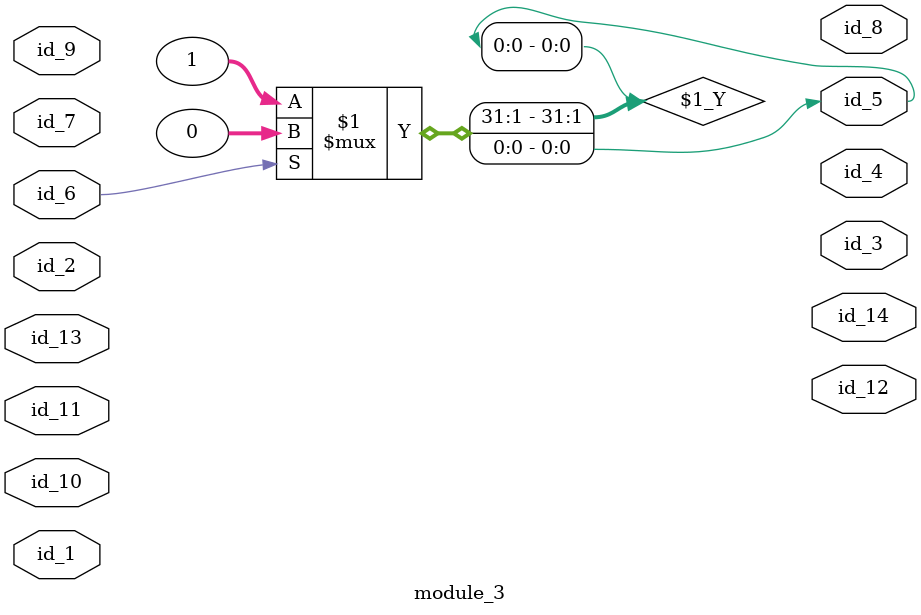
<source format=v>
module module_0 (
    id_1,
    id_2,
    id_3,
    id_4,
    id_5
);
  input wire id_5;
  input wire id_4;
  output wire id_3;
  input wire id_2;
  inout wire id_1;
  assign id_1 = id_2;
  module_2 modCall_1 ();
  assign id_3 = id_2 - 1 ? id_1 : id_5;
endmodule
module module_1 (
    id_1,
    id_2
);
  input wire id_2;
  input wire id_1;
  wire id_3;
  module_0 modCall_1 (
      id_3,
      id_2,
      id_3,
      id_1,
      id_3
  );
  assign modCall_1.id_2 = 0;
endmodule
module module_2 ();
  wire id_1;
  assign module_0.id_3 = 0;
endmodule
module module_3 (
    id_1,
    id_2,
    id_3,
    id_4,
    id_5,
    id_6,
    id_7,
    id_8,
    id_9,
    id_10,
    id_11,
    id_12,
    id_13,
    id_14
);
  output wire id_14;
  inout wire id_13;
  output wire id_12;
  input wire id_11;
  input wire id_10;
  inout wire id_9;
  output wire id_8;
  input wire id_7;
  inout wire id_6;
  output wire id_5;
  output wire id_4;
  output wire id_3;
  inout wire id_2;
  inout wire id_1;
  wire id_15;
  module_2 modCall_1 ();
  assign id_5 = id_6 ? "" & 1'b0 : 1 ? 1 : 1;
endmodule

</source>
